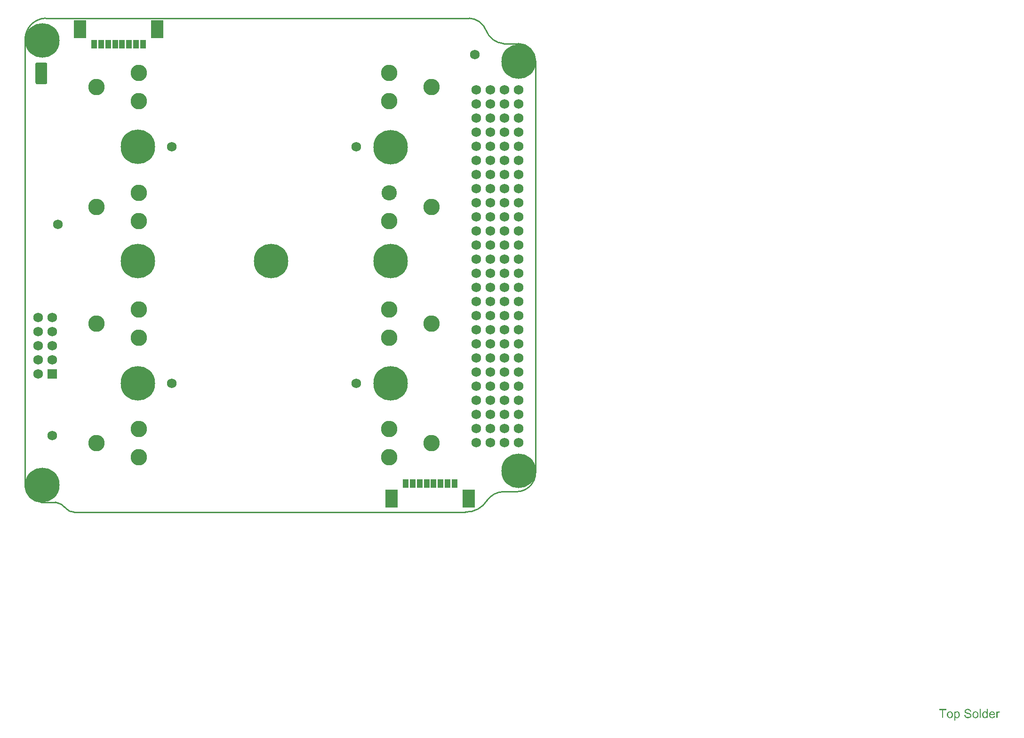
<source format=gts>
G04*
G04 #@! TF.GenerationSoftware,Altium Limited,Altium Designer,18.1.7 (191)*
G04*
G04 Layer_Color=8388736*
%FSLAX25Y25*%
%MOIN*%
G70*
G01*
G75*
%ADD10C,0.00787*%
%ADD12C,0.01000*%
%ADD19R,0.07874X0.14567*%
%ADD20R,0.03950X0.05918*%
%ADD21R,0.09068X0.12611*%
%ADD22C,0.06902*%
%ADD23C,0.24422*%
%ADD24R,0.06902X0.06902*%
%ADD25C,0.11627*%
%ADD26C,0.10827*%
G36*
X668890Y-139136D02*
X668954D01*
X669127Y-139154D01*
X669318Y-139181D01*
X669519Y-139227D01*
X669738Y-139281D01*
X669938Y-139354D01*
X669947D01*
X669965Y-139363D01*
X669993Y-139382D01*
X670029Y-139400D01*
X670120Y-139445D01*
X670239Y-139527D01*
X670375Y-139618D01*
X670512Y-139737D01*
X670640Y-139874D01*
X670758Y-140028D01*
Y-140038D01*
X670767Y-140047D01*
X670785Y-140074D01*
X670803Y-140101D01*
X670849Y-140192D01*
X670904Y-140311D01*
X670967Y-140456D01*
X671013Y-140630D01*
X671059Y-140812D01*
X671077Y-141012D01*
X670275Y-141076D01*
Y-141067D01*
Y-141049D01*
X670266Y-141021D01*
X670257Y-140976D01*
X670229Y-140876D01*
X670193Y-140739D01*
X670138Y-140593D01*
X670056Y-140447D01*
X669956Y-140311D01*
X669829Y-140183D01*
X669810Y-140174D01*
X669765Y-140138D01*
X669674Y-140083D01*
X669555Y-140028D01*
X669401Y-139974D01*
X669218Y-139919D01*
X668991Y-139883D01*
X668736Y-139874D01*
X668608D01*
X668553Y-139883D01*
X668480Y-139892D01*
X668316Y-139910D01*
X668134Y-139946D01*
X667952Y-139992D01*
X667779Y-140065D01*
X667706Y-140110D01*
X667633Y-140156D01*
X667615Y-140165D01*
X667579Y-140201D01*
X667524Y-140265D01*
X667469Y-140338D01*
X667405Y-140438D01*
X667351Y-140548D01*
X667314Y-140675D01*
X667296Y-140821D01*
Y-140839D01*
Y-140876D01*
X667305Y-140939D01*
X667323Y-141012D01*
X667351Y-141103D01*
X667396Y-141194D01*
X667451Y-141286D01*
X667533Y-141377D01*
X667542Y-141386D01*
X667588Y-141413D01*
X667624Y-141440D01*
X667661Y-141459D01*
X667715Y-141486D01*
X667779Y-141522D01*
X667861Y-141550D01*
X667952Y-141586D01*
X668052Y-141623D01*
X668171Y-141668D01*
X668298Y-141705D01*
X668444Y-141750D01*
X668608Y-141787D01*
X668790Y-141832D01*
X668799D01*
X668836Y-141841D01*
X668890Y-141850D01*
X668954Y-141869D01*
X669036Y-141887D01*
X669136Y-141914D01*
X669237Y-141941D01*
X669346Y-141969D01*
X669583Y-142033D01*
X669810Y-142096D01*
X669920Y-142133D01*
X670020Y-142169D01*
X670111Y-142197D01*
X670184Y-142233D01*
X670193D01*
X670211Y-142242D01*
X670239Y-142260D01*
X670275Y-142279D01*
X670375Y-142333D01*
X670494Y-142406D01*
X670630Y-142506D01*
X670767Y-142616D01*
X670894Y-142743D01*
X671004Y-142880D01*
X671013Y-142898D01*
X671049Y-142944D01*
X671086Y-143026D01*
X671140Y-143135D01*
X671186Y-143262D01*
X671232Y-143417D01*
X671259Y-143590D01*
X671268Y-143773D01*
Y-143782D01*
Y-143791D01*
Y-143818D01*
Y-143855D01*
X671250Y-143955D01*
X671232Y-144082D01*
X671195Y-144228D01*
X671150Y-144383D01*
X671077Y-144547D01*
X670976Y-144720D01*
Y-144729D01*
X670967Y-144738D01*
X670922Y-144793D01*
X670858Y-144875D01*
X670767Y-144966D01*
X670649Y-145075D01*
X670503Y-145194D01*
X670339Y-145303D01*
X670148Y-145403D01*
X670138D01*
X670120Y-145412D01*
X670093Y-145422D01*
X670056Y-145440D01*
X670002Y-145458D01*
X669938Y-145485D01*
X669792Y-145522D01*
X669619Y-145567D01*
X669410Y-145613D01*
X669182Y-145640D01*
X668936Y-145649D01*
X668790D01*
X668717Y-145640D01*
X668635D01*
X668544Y-145631D01*
X668435Y-145622D01*
X668207Y-145586D01*
X667970Y-145549D01*
X667733Y-145485D01*
X667506Y-145403D01*
X667496D01*
X667478Y-145394D01*
X667451Y-145376D01*
X667415Y-145358D01*
X667305Y-145303D01*
X667178Y-145221D01*
X667032Y-145112D01*
X666877Y-144984D01*
X666731Y-144829D01*
X666595Y-144656D01*
Y-144647D01*
X666576Y-144629D01*
X666567Y-144602D01*
X666540Y-144565D01*
X666522Y-144520D01*
X666494Y-144465D01*
X666431Y-144328D01*
X666367Y-144155D01*
X666312Y-143964D01*
X666276Y-143745D01*
X666257Y-143517D01*
X667041Y-143445D01*
Y-143454D01*
Y-143463D01*
X667050Y-143490D01*
Y-143527D01*
X667068Y-143609D01*
X667096Y-143727D01*
X667132Y-143845D01*
X667169Y-143982D01*
X667232Y-144110D01*
X667296Y-144228D01*
X667305Y-144237D01*
X667333Y-144274D01*
X667378Y-144337D01*
X667451Y-144401D01*
X667542Y-144483D01*
X667642Y-144565D01*
X667779Y-144647D01*
X667925Y-144720D01*
X667934D01*
X667943Y-144729D01*
X667970Y-144738D01*
X667998Y-144747D01*
X668089Y-144775D01*
X668207Y-144811D01*
X668353Y-144848D01*
X668517Y-144875D01*
X668699Y-144893D01*
X668899Y-144902D01*
X668981D01*
X669072Y-144893D01*
X669182Y-144884D01*
X669309Y-144866D01*
X669455Y-144848D01*
X669601Y-144811D01*
X669738Y-144766D01*
X669756Y-144756D01*
X669801Y-144738D01*
X669865Y-144702D01*
X669947Y-144665D01*
X670029Y-144602D01*
X670120Y-144538D01*
X670211Y-144465D01*
X670284Y-144374D01*
X670293Y-144365D01*
X670311Y-144328D01*
X670339Y-144283D01*
X670375Y-144210D01*
X670412Y-144137D01*
X670439Y-144046D01*
X670457Y-143946D01*
X670466Y-143836D01*
Y-143827D01*
Y-143782D01*
X670457Y-143727D01*
X670448Y-143654D01*
X670421Y-143581D01*
X670394Y-143490D01*
X670348Y-143399D01*
X670284Y-143317D01*
X670275Y-143308D01*
X670248Y-143281D01*
X670211Y-143244D01*
X670148Y-143190D01*
X670075Y-143135D01*
X669974Y-143071D01*
X669856Y-143007D01*
X669719Y-142953D01*
X669710Y-142944D01*
X669665Y-142935D01*
X669592Y-142907D01*
X669546Y-142898D01*
X669483Y-142880D01*
X669419Y-142852D01*
X669337Y-142834D01*
X669246Y-142807D01*
X669136Y-142780D01*
X669027Y-142752D01*
X668899Y-142716D01*
X668754Y-142679D01*
X668599Y-142643D01*
X668590D01*
X668562Y-142634D01*
X668517Y-142625D01*
X668462Y-142606D01*
X668389Y-142588D01*
X668307Y-142570D01*
X668125Y-142515D01*
X667925Y-142452D01*
X667715Y-142388D01*
X667533Y-142324D01*
X667451Y-142288D01*
X667378Y-142251D01*
X667369D01*
X667360Y-142242D01*
X667305Y-142206D01*
X667223Y-142160D01*
X667132Y-142087D01*
X667023Y-142005D01*
X666914Y-141905D01*
X666804Y-141787D01*
X666713Y-141659D01*
X666704Y-141641D01*
X666677Y-141595D01*
X666640Y-141522D01*
X666604Y-141431D01*
X666567Y-141313D01*
X666531Y-141176D01*
X666503Y-141031D01*
X666494Y-140876D01*
Y-140866D01*
Y-140857D01*
Y-140830D01*
Y-140794D01*
X666513Y-140702D01*
X666531Y-140584D01*
X666558Y-140447D01*
X666604Y-140293D01*
X666668Y-140138D01*
X666759Y-139983D01*
Y-139974D01*
X666768Y-139965D01*
X666813Y-139910D01*
X666877Y-139837D01*
X666959Y-139746D01*
X667068Y-139646D01*
X667205Y-139536D01*
X667369Y-139436D01*
X667551Y-139345D01*
X667560D01*
X667579Y-139336D01*
X667606Y-139327D01*
X667642Y-139309D01*
X667688Y-139290D01*
X667752Y-139272D01*
X667888Y-139236D01*
X668061Y-139199D01*
X668262Y-139163D01*
X668471Y-139136D01*
X668708Y-139127D01*
X668827D01*
X668890Y-139136D01*
D02*
G37*
G36*
X682847Y-145540D02*
X682127D01*
Y-144966D01*
X682118Y-144975D01*
X682109Y-144993D01*
X682082Y-145030D01*
X682045Y-145075D01*
X682000Y-145121D01*
X681945Y-145176D01*
X681881Y-145239D01*
X681799Y-145303D01*
X681717Y-145367D01*
X681626Y-145431D01*
X681517Y-145485D01*
X681398Y-145531D01*
X681280Y-145576D01*
X681143Y-145613D01*
X680998Y-145631D01*
X680843Y-145640D01*
X680788D01*
X680752Y-145631D01*
X680642Y-145622D01*
X680515Y-145604D01*
X680360Y-145567D01*
X680187Y-145513D01*
X680014Y-145440D01*
X679841Y-145340D01*
X679832D01*
X679822Y-145321D01*
X679768Y-145285D01*
X679686Y-145212D01*
X679586Y-145121D01*
X679467Y-145002D01*
X679349Y-144857D01*
X679230Y-144693D01*
X679130Y-144501D01*
Y-144492D01*
X679121Y-144474D01*
X679112Y-144447D01*
X679094Y-144410D01*
X679075Y-144356D01*
X679048Y-144292D01*
X679030Y-144228D01*
X679011Y-144146D01*
X678966Y-143964D01*
X678920Y-143754D01*
X678893Y-143517D01*
X678884Y-143262D01*
Y-143253D01*
Y-143235D01*
Y-143199D01*
Y-143144D01*
X678893Y-143089D01*
Y-143017D01*
X678911Y-142852D01*
X678939Y-142661D01*
X678984Y-142452D01*
X679039Y-142233D01*
X679112Y-142024D01*
Y-142014D01*
X679121Y-141996D01*
X679139Y-141969D01*
X679157Y-141932D01*
X679212Y-141832D01*
X679285Y-141705D01*
X679376Y-141568D01*
X679494Y-141431D01*
X679631Y-141286D01*
X679795Y-141167D01*
X679804D01*
X679813Y-141158D01*
X679841Y-141140D01*
X679877Y-141122D01*
X679968Y-141076D01*
X680096Y-141012D01*
X680241Y-140958D01*
X680414Y-140912D01*
X680606Y-140876D01*
X680806Y-140866D01*
X680879D01*
X680952Y-140876D01*
X681052Y-140885D01*
X681171Y-140912D01*
X681298Y-140939D01*
X681426Y-140985D01*
X681544Y-141049D01*
X681562Y-141058D01*
X681599Y-141076D01*
X681653Y-141122D01*
X681726Y-141167D01*
X681817Y-141231D01*
X681899Y-141313D01*
X681990Y-141395D01*
X682072Y-141495D01*
Y-139236D01*
X682847D01*
Y-145540D01*
D02*
G37*
G36*
X661256Y-140876D02*
X661320Y-140885D01*
X661457Y-140903D01*
X661621Y-140939D01*
X661794Y-140994D01*
X661967Y-141076D01*
X662140Y-141176D01*
X662149D01*
X662158Y-141194D01*
X662213Y-141231D01*
X662295Y-141304D01*
X662395Y-141395D01*
X662504Y-141513D01*
X662614Y-141659D01*
X662723Y-141832D01*
X662814Y-142024D01*
Y-142033D01*
X662823Y-142051D01*
X662832Y-142078D01*
X662850Y-142115D01*
X662869Y-142169D01*
X662887Y-142233D01*
X662932Y-142379D01*
X662978Y-142561D01*
X663014Y-142761D01*
X663042Y-142989D01*
X663051Y-143226D01*
Y-143235D01*
Y-143253D01*
Y-143290D01*
Y-143344D01*
X663042Y-143408D01*
Y-143481D01*
X663024Y-143645D01*
X662987Y-143845D01*
X662942Y-144055D01*
X662878Y-144274D01*
X662796Y-144492D01*
Y-144501D01*
X662787Y-144520D01*
X662768Y-144547D01*
X662750Y-144583D01*
X662686Y-144684D01*
X662604Y-144811D01*
X662504Y-144948D01*
X662377Y-145084D01*
X662231Y-145221D01*
X662058Y-145349D01*
X662049D01*
X662040Y-145358D01*
X662012Y-145376D01*
X661976Y-145394D01*
X661885Y-145440D01*
X661757Y-145494D01*
X661602Y-145549D01*
X661438Y-145595D01*
X661247Y-145631D01*
X661056Y-145640D01*
X660992D01*
X660919Y-145631D01*
X660828Y-145622D01*
X660719Y-145604D01*
X660600Y-145576D01*
X660482Y-145540D01*
X660363Y-145485D01*
X660354Y-145476D01*
X660309Y-145458D01*
X660254Y-145422D01*
X660181Y-145367D01*
X660108Y-145312D01*
X660017Y-145239D01*
X659935Y-145157D01*
X659862Y-145066D01*
Y-147289D01*
X659088D01*
Y-140967D01*
X659790D01*
Y-141568D01*
X659799Y-141550D01*
X659835Y-141513D01*
X659881Y-141449D01*
X659953Y-141377D01*
X660035Y-141286D01*
X660126Y-141204D01*
X660236Y-141122D01*
X660345Y-141049D01*
X660363Y-141040D01*
X660400Y-141021D01*
X660473Y-140994D01*
X660564Y-140958D01*
X660673Y-140921D01*
X660801Y-140894D01*
X660946Y-140876D01*
X661110Y-140866D01*
X661211D01*
X661256Y-140876D01*
D02*
G37*
G36*
X690800D02*
X690900Y-140894D01*
X691018Y-140930D01*
X691146Y-140976D01*
X691292Y-141040D01*
X691447Y-141122D01*
X691164Y-141832D01*
X691155Y-141823D01*
X691119Y-141805D01*
X691064Y-141778D01*
X690991Y-141750D01*
X690909Y-141723D01*
X690809Y-141695D01*
X690709Y-141677D01*
X690609Y-141668D01*
X690563D01*
X690518Y-141677D01*
X690454Y-141686D01*
X690390Y-141705D01*
X690308Y-141732D01*
X690226Y-141768D01*
X690153Y-141823D01*
X690144Y-141832D01*
X690117Y-141850D01*
X690089Y-141887D01*
X690044Y-141932D01*
X689998Y-141996D01*
X689953Y-142069D01*
X689907Y-142151D01*
X689871Y-142251D01*
X689862Y-142269D01*
X689853Y-142324D01*
X689834Y-142406D01*
X689807Y-142515D01*
X689780Y-142652D01*
X689761Y-142807D01*
X689752Y-142971D01*
X689743Y-143153D01*
Y-145540D01*
X688969D01*
Y-140967D01*
X689670D01*
Y-141659D01*
X689679Y-141650D01*
X689716Y-141586D01*
X689761Y-141504D01*
X689834Y-141404D01*
X689907Y-141304D01*
X689989Y-141194D01*
X690071Y-141103D01*
X690153Y-141031D01*
X690162Y-141021D01*
X690190Y-141003D01*
X690244Y-140976D01*
X690299Y-140948D01*
X690372Y-140921D01*
X690463Y-140894D01*
X690554Y-140876D01*
X690654Y-140866D01*
X690718D01*
X690800Y-140876D01*
D02*
G37*
G36*
X677973Y-145540D02*
X677199D01*
Y-139236D01*
X677973D01*
Y-145540D01*
D02*
G37*
G36*
X653422Y-139983D02*
X651344D01*
Y-145540D01*
X650506D01*
Y-139983D01*
X648429D01*
Y-139236D01*
X653422D01*
Y-139983D01*
D02*
G37*
G36*
X686099Y-140876D02*
X686172Y-140885D01*
X686263Y-140903D01*
X686363Y-140921D01*
X686482Y-140948D01*
X686591Y-140976D01*
X686719Y-141021D01*
X686837Y-141067D01*
X686965Y-141131D01*
X687092Y-141204D01*
X687220Y-141286D01*
X687338Y-141386D01*
X687447Y-141495D01*
X687457Y-141504D01*
X687475Y-141522D01*
X687502Y-141559D01*
X687538Y-141613D01*
X687584Y-141677D01*
X687630Y-141750D01*
X687684Y-141841D01*
X687739Y-141951D01*
X687794Y-142069D01*
X687848Y-142197D01*
X687894Y-142342D01*
X687939Y-142497D01*
X687976Y-142670D01*
X688003Y-142852D01*
X688021Y-143044D01*
X688030Y-143253D01*
Y-143262D01*
Y-143299D01*
Y-143363D01*
X688021Y-143454D01*
X684605D01*
Y-143463D01*
Y-143490D01*
X684614Y-143527D01*
Y-143581D01*
X684623Y-143645D01*
X684642Y-143718D01*
X684669Y-143882D01*
X684724Y-144064D01*
X684796Y-144264D01*
X684897Y-144447D01*
X685024Y-144611D01*
X685033D01*
X685042Y-144629D01*
X685097Y-144675D01*
X685179Y-144738D01*
X685288Y-144802D01*
X685434Y-144875D01*
X685598Y-144939D01*
X685780Y-144984D01*
X685881Y-144993D01*
X685990Y-145002D01*
X686063D01*
X686145Y-144993D01*
X686245Y-144975D01*
X686354Y-144948D01*
X686482Y-144911D01*
X686600Y-144857D01*
X686719Y-144784D01*
X686728Y-144775D01*
X686773Y-144738D01*
X686828Y-144684D01*
X686892Y-144611D01*
X686965Y-144510D01*
X687047Y-144383D01*
X687129Y-144237D01*
X687201Y-144064D01*
X688003Y-144164D01*
Y-144173D01*
X687994Y-144192D01*
X687985Y-144228D01*
X687967Y-144283D01*
X687939Y-144337D01*
X687912Y-144410D01*
X687839Y-144565D01*
X687748Y-144738D01*
X687620Y-144920D01*
X687475Y-145094D01*
X687292Y-145257D01*
X687283D01*
X687265Y-145276D01*
X687238Y-145294D01*
X687201Y-145321D01*
X687147Y-145349D01*
X687092Y-145376D01*
X687019Y-145412D01*
X686937Y-145449D01*
X686846Y-145485D01*
X686755Y-145522D01*
X686527Y-145576D01*
X686272Y-145622D01*
X685990Y-145640D01*
X685890D01*
X685826Y-145631D01*
X685744Y-145622D01*
X685644Y-145604D01*
X685534Y-145586D01*
X685416Y-145567D01*
X685161Y-145494D01*
X685024Y-145440D01*
X684897Y-145385D01*
X684760Y-145312D01*
X684632Y-145230D01*
X684514Y-145139D01*
X684396Y-145030D01*
X684386Y-145021D01*
X684368Y-145002D01*
X684341Y-144966D01*
X684305Y-144911D01*
X684259Y-144848D01*
X684213Y-144775D01*
X684159Y-144684D01*
X684104Y-144583D01*
X684049Y-144465D01*
X683995Y-144337D01*
X683949Y-144192D01*
X683904Y-144037D01*
X683867Y-143873D01*
X683840Y-143691D01*
X683822Y-143499D01*
X683813Y-143299D01*
Y-143290D01*
Y-143244D01*
Y-143190D01*
X683822Y-143107D01*
X683831Y-143007D01*
X683840Y-142898D01*
X683858Y-142771D01*
X683885Y-142643D01*
X683958Y-142351D01*
X684004Y-142206D01*
X684059Y-142051D01*
X684131Y-141905D01*
X684213Y-141768D01*
X684305Y-141632D01*
X684405Y-141504D01*
X684414Y-141495D01*
X684432Y-141477D01*
X684468Y-141449D01*
X684514Y-141404D01*
X684569Y-141358D01*
X684642Y-141304D01*
X684724Y-141240D01*
X684824Y-141185D01*
X684924Y-141122D01*
X685042Y-141067D01*
X685170Y-141012D01*
X685307Y-140967D01*
X685452Y-140921D01*
X685607Y-140894D01*
X685771Y-140876D01*
X685944Y-140866D01*
X686035D01*
X686099Y-140876D01*
D02*
G37*
G36*
X674320D02*
X674402Y-140885D01*
X674493Y-140903D01*
X674593Y-140921D01*
X674712Y-140939D01*
X674958Y-141021D01*
X675085Y-141067D01*
X675213Y-141131D01*
X675340Y-141194D01*
X675468Y-141286D01*
X675586Y-141377D01*
X675705Y-141486D01*
X675714Y-141495D01*
X675732Y-141513D01*
X675759Y-141550D01*
X675796Y-141595D01*
X675841Y-141659D01*
X675896Y-141741D01*
X675951Y-141832D01*
X676005Y-141932D01*
X676060Y-142042D01*
X676115Y-142178D01*
X676169Y-142315D01*
X676215Y-142470D01*
X676251Y-142634D01*
X676278Y-142807D01*
X676297Y-142989D01*
X676306Y-143190D01*
Y-143199D01*
Y-143226D01*
Y-143272D01*
Y-143335D01*
X676297Y-143408D01*
X676288Y-143499D01*
Y-143590D01*
X676269Y-143691D01*
X676242Y-143918D01*
X676187Y-144146D01*
X676124Y-144374D01*
X676033Y-144583D01*
Y-144592D01*
X676023Y-144602D01*
X676005Y-144629D01*
X675987Y-144665D01*
X675923Y-144756D01*
X675841Y-144866D01*
X675732Y-144993D01*
X675595Y-145121D01*
X675440Y-145248D01*
X675258Y-145367D01*
X675249D01*
X675240Y-145376D01*
X675213Y-145394D01*
X675167Y-145412D01*
X675122Y-145431D01*
X675067Y-145449D01*
X674930Y-145503D01*
X674775Y-145549D01*
X674584Y-145595D01*
X674384Y-145631D01*
X674165Y-145640D01*
X674074D01*
X674001Y-145631D01*
X673919Y-145622D01*
X673828Y-145604D01*
X673719Y-145586D01*
X673609Y-145567D01*
X673363Y-145494D01*
X673227Y-145440D01*
X673099Y-145385D01*
X672972Y-145312D01*
X672844Y-145230D01*
X672726Y-145139D01*
X672607Y-145030D01*
X672598Y-145021D01*
X672580Y-145002D01*
X672553Y-144966D01*
X672516Y-144911D01*
X672471Y-144848D01*
X672425Y-144775D01*
X672370Y-144684D01*
X672316Y-144574D01*
X672261Y-144456D01*
X672206Y-144319D01*
X672161Y-144173D01*
X672115Y-144019D01*
X672079Y-143845D01*
X672051Y-143663D01*
X672033Y-143463D01*
X672024Y-143253D01*
Y-143235D01*
Y-143199D01*
X672033Y-143135D01*
Y-143044D01*
X672042Y-142944D01*
X672061Y-142816D01*
X672079Y-142689D01*
X672115Y-142543D01*
X672152Y-142397D01*
X672197Y-142242D01*
X672252Y-142078D01*
X672325Y-141923D01*
X672398Y-141778D01*
X672498Y-141632D01*
X672598Y-141495D01*
X672726Y-141377D01*
X672735Y-141367D01*
X672753Y-141358D01*
X672789Y-141331D01*
X672835Y-141295D01*
X672890Y-141258D01*
X672963Y-141213D01*
X673035Y-141167D01*
X673127Y-141122D01*
X673227Y-141076D01*
X673336Y-141031D01*
X673582Y-140948D01*
X673864Y-140885D01*
X674010Y-140876D01*
X674165Y-140866D01*
X674256D01*
X674320Y-140876D01*
D02*
G37*
G36*
X656191D02*
X656273Y-140885D01*
X656364Y-140903D01*
X656464Y-140921D01*
X656583Y-140939D01*
X656829Y-141021D01*
X656956Y-141067D01*
X657084Y-141131D01*
X657211Y-141194D01*
X657339Y-141286D01*
X657457Y-141377D01*
X657576Y-141486D01*
X657585Y-141495D01*
X657603Y-141513D01*
X657630Y-141550D01*
X657667Y-141595D01*
X657712Y-141659D01*
X657767Y-141741D01*
X657822Y-141832D01*
X657876Y-141932D01*
X657931Y-142042D01*
X657986Y-142178D01*
X658040Y-142315D01*
X658086Y-142470D01*
X658122Y-142634D01*
X658150Y-142807D01*
X658168Y-142989D01*
X658177Y-143190D01*
Y-143199D01*
Y-143226D01*
Y-143272D01*
Y-143335D01*
X658168Y-143408D01*
X658159Y-143499D01*
Y-143590D01*
X658141Y-143691D01*
X658113Y-143918D01*
X658059Y-144146D01*
X657995Y-144374D01*
X657904Y-144583D01*
Y-144592D01*
X657895Y-144602D01*
X657876Y-144629D01*
X657858Y-144665D01*
X657794Y-144756D01*
X657712Y-144866D01*
X657603Y-144993D01*
X657466Y-145121D01*
X657311Y-145248D01*
X657129Y-145367D01*
X657120D01*
X657111Y-145376D01*
X657084Y-145394D01*
X657038Y-145412D01*
X656993Y-145431D01*
X656938Y-145449D01*
X656801Y-145503D01*
X656646Y-145549D01*
X656455Y-145595D01*
X656255Y-145631D01*
X656036Y-145640D01*
X655945D01*
X655872Y-145631D01*
X655790Y-145622D01*
X655699Y-145604D01*
X655590Y-145586D01*
X655480Y-145567D01*
X655234Y-145494D01*
X655098Y-145440D01*
X654970Y-145385D01*
X654843Y-145312D01*
X654715Y-145230D01*
X654597Y-145139D01*
X654478Y-145030D01*
X654469Y-145021D01*
X654451Y-145002D01*
X654424Y-144966D01*
X654387Y-144911D01*
X654342Y-144848D01*
X654296Y-144775D01*
X654242Y-144684D01*
X654187Y-144574D01*
X654132Y-144456D01*
X654077Y-144319D01*
X654032Y-144173D01*
X653986Y-144019D01*
X653950Y-143845D01*
X653923Y-143663D01*
X653904Y-143463D01*
X653895Y-143253D01*
Y-143235D01*
Y-143199D01*
X653904Y-143135D01*
Y-143044D01*
X653913Y-142944D01*
X653932Y-142816D01*
X653950Y-142689D01*
X653986Y-142543D01*
X654023Y-142397D01*
X654068Y-142242D01*
X654123Y-142078D01*
X654196Y-141923D01*
X654269Y-141778D01*
X654369Y-141632D01*
X654469Y-141495D01*
X654597Y-141377D01*
X654606Y-141367D01*
X654624Y-141358D01*
X654661Y-141331D01*
X654706Y-141295D01*
X654761Y-141258D01*
X654834Y-141213D01*
X654907Y-141167D01*
X654998Y-141122D01*
X655098Y-141076D01*
X655207Y-141031D01*
X655453Y-140948D01*
X655735Y-140885D01*
X655881Y-140876D01*
X656036Y-140866D01*
X656127D01*
X656191Y-140876D01*
D02*
G37*
%LPC*%
G36*
X680888Y-141504D02*
X680843D01*
X680806Y-141513D01*
X680706Y-141522D01*
X680588Y-141559D01*
X680451Y-141604D01*
X680305Y-141686D01*
X680159Y-141787D01*
X680087Y-141859D01*
X680023Y-141932D01*
Y-141941D01*
X680005Y-141951D01*
X679995Y-141978D01*
X679968Y-142014D01*
X679941Y-142060D01*
X679913Y-142115D01*
X679886Y-142178D01*
X679850Y-142251D01*
X679813Y-142342D01*
X679786Y-142443D01*
X679759Y-142552D01*
X679731Y-142670D01*
X679713Y-142798D01*
X679695Y-142944D01*
X679677Y-143098D01*
Y-143262D01*
Y-143272D01*
Y-143299D01*
Y-143344D01*
X679686Y-143408D01*
Y-143481D01*
X679695Y-143563D01*
X679722Y-143754D01*
X679768Y-143964D01*
X679832Y-144183D01*
X679922Y-144392D01*
X679977Y-144483D01*
X680041Y-144574D01*
X680050D01*
X680059Y-144592D01*
X680105Y-144638D01*
X680187Y-144711D01*
X680287Y-144784D01*
X680414Y-144866D01*
X680569Y-144939D01*
X680733Y-144984D01*
X680824Y-144993D01*
X680915Y-145002D01*
X680961D01*
X680998Y-144993D01*
X681098Y-144984D01*
X681216Y-144948D01*
X681353Y-144902D01*
X681499Y-144829D01*
X681644Y-144729D01*
X681717Y-144665D01*
X681781Y-144592D01*
Y-144583D01*
X681799Y-144574D01*
X681817Y-144547D01*
X681836Y-144510D01*
X681863Y-144465D01*
X681899Y-144419D01*
X681927Y-144346D01*
X681963Y-144274D01*
X682000Y-144192D01*
X682027Y-144100D01*
X682063Y-143991D01*
X682091Y-143882D01*
X682109Y-143754D01*
X682127Y-143627D01*
X682145Y-143481D01*
Y-143326D01*
Y-143317D01*
Y-143281D01*
Y-143235D01*
X682136Y-143171D01*
Y-143098D01*
X682127Y-143007D01*
X682118Y-142907D01*
X682100Y-142798D01*
X682054Y-142579D01*
X681990Y-142351D01*
X681899Y-142133D01*
X681845Y-142042D01*
X681781Y-141951D01*
Y-141941D01*
X681763Y-141932D01*
X681717Y-141878D01*
X681635Y-141805D01*
X681535Y-141723D01*
X681407Y-141641D01*
X681253Y-141577D01*
X681079Y-141522D01*
X680988Y-141513D01*
X680888Y-141504D01*
D02*
G37*
G36*
X661037Y-141477D02*
X660992D01*
X660955Y-141486D01*
X660864Y-141504D01*
X660746Y-141532D01*
X660609Y-141586D01*
X660464Y-141668D01*
X660382Y-141723D01*
X660309Y-141787D01*
X660236Y-141859D01*
X660163Y-141941D01*
Y-141951D01*
X660145Y-141960D01*
X660126Y-141987D01*
X660108Y-142024D01*
X660081Y-142078D01*
X660044Y-142133D01*
X660008Y-142206D01*
X659981Y-142279D01*
X659944Y-142370D01*
X659908Y-142470D01*
X659881Y-142579D01*
X659844Y-142698D01*
X659826Y-142834D01*
X659808Y-142971D01*
X659790Y-143117D01*
Y-143281D01*
Y-143290D01*
Y-143317D01*
Y-143363D01*
X659799Y-143426D01*
Y-143499D01*
X659808Y-143581D01*
X659835Y-143773D01*
X659881Y-143991D01*
X659935Y-144201D01*
X660026Y-144410D01*
X660081Y-144501D01*
X660145Y-144583D01*
X660163Y-144602D01*
X660209Y-144647D01*
X660281Y-144720D01*
X660382Y-144793D01*
X660509Y-144866D01*
X660655Y-144939D01*
X660819Y-144984D01*
X660910Y-144993D01*
X661001Y-145002D01*
X661056D01*
X661092Y-144993D01*
X661183Y-144975D01*
X661311Y-144948D01*
X661447Y-144893D01*
X661593Y-144820D01*
X661739Y-144711D01*
X661812Y-144647D01*
X661885Y-144574D01*
Y-144565D01*
X661903Y-144556D01*
X661921Y-144529D01*
X661939Y-144492D01*
X661976Y-144447D01*
X662003Y-144383D01*
X662040Y-144319D01*
X662076Y-144237D01*
X662103Y-144155D01*
X662140Y-144046D01*
X662176Y-143937D01*
X662204Y-143818D01*
X662222Y-143682D01*
X662240Y-143536D01*
X662258Y-143381D01*
Y-143217D01*
Y-143208D01*
Y-143180D01*
Y-143135D01*
X662249Y-143071D01*
Y-142998D01*
X662240Y-142916D01*
X662213Y-142725D01*
X662167Y-142515D01*
X662103Y-142306D01*
X662012Y-142096D01*
X661958Y-141996D01*
X661894Y-141914D01*
Y-141905D01*
X661876Y-141896D01*
X661830Y-141841D01*
X661757Y-141778D01*
X661657Y-141695D01*
X661529Y-141613D01*
X661384Y-141541D01*
X661220Y-141495D01*
X661129Y-141486D01*
X661037Y-141477D01*
D02*
G37*
G36*
X685953Y-141504D02*
X685899D01*
X685862Y-141513D01*
X685762Y-141522D01*
X685644Y-141550D01*
X685498Y-141595D01*
X685343Y-141659D01*
X685197Y-141750D01*
X685051Y-141869D01*
X685033Y-141887D01*
X684997Y-141932D01*
X684933Y-142014D01*
X684869Y-142124D01*
X684796Y-142251D01*
X684733Y-142415D01*
X684678Y-142606D01*
X684651Y-142816D01*
X687211D01*
Y-142807D01*
Y-142789D01*
X687201Y-142761D01*
Y-142725D01*
X687183Y-142616D01*
X687156Y-142497D01*
X687110Y-142351D01*
X687065Y-142215D01*
X686992Y-142078D01*
X686910Y-141960D01*
Y-141951D01*
X686892Y-141941D01*
X686846Y-141887D01*
X686764Y-141814D01*
X686655Y-141732D01*
X686518Y-141650D01*
X686354Y-141577D01*
X686163Y-141522D01*
X686063Y-141513D01*
X685953Y-141504D01*
D02*
G37*
G36*
X674165D02*
X674110D01*
X674065Y-141513D01*
X673965Y-141522D01*
X673828Y-141559D01*
X673673Y-141613D01*
X673509Y-141686D01*
X673354Y-141796D01*
X673272Y-141869D01*
X673199Y-141941D01*
Y-141951D01*
X673181Y-141960D01*
X673163Y-141987D01*
X673136Y-142024D01*
X673108Y-142069D01*
X673081Y-142124D01*
X673044Y-142197D01*
X673008Y-142269D01*
X672972Y-142360D01*
X672935Y-142452D01*
X672908Y-142561D01*
X672881Y-142679D01*
X672853Y-142807D01*
X672835Y-142944D01*
X672826Y-143098D01*
X672817Y-143253D01*
Y-143262D01*
Y-143290D01*
Y-143335D01*
X672826Y-143399D01*
Y-143472D01*
X672835Y-143554D01*
X672862Y-143745D01*
X672908Y-143964D01*
X672981Y-144183D01*
X673072Y-144392D01*
X673136Y-144483D01*
X673199Y-144574D01*
X673209D01*
X673218Y-144592D01*
X673272Y-144638D01*
X673354Y-144711D01*
X673464Y-144784D01*
X673600Y-144866D01*
X673764Y-144939D01*
X673955Y-144984D01*
X674056Y-144993D01*
X674165Y-145002D01*
X674220D01*
X674265Y-144993D01*
X674365Y-144975D01*
X674502Y-144948D01*
X674648Y-144893D01*
X674812Y-144820D01*
X674967Y-144711D01*
X675049Y-144638D01*
X675122Y-144565D01*
X675131Y-144556D01*
X675140Y-144547D01*
X675158Y-144520D01*
X675185Y-144483D01*
X675213Y-144438D01*
X675249Y-144383D01*
X675286Y-144310D01*
X675322Y-144237D01*
X675358Y-144146D01*
X675386Y-144046D01*
X675422Y-143937D01*
X675450Y-143818D01*
X675477Y-143682D01*
X675495Y-143545D01*
X675513Y-143390D01*
Y-143226D01*
Y-143217D01*
Y-143190D01*
Y-143144D01*
X675504Y-143089D01*
Y-143017D01*
X675495Y-142935D01*
X675468Y-142743D01*
X675422Y-142543D01*
X675349Y-142324D01*
X675249Y-142124D01*
X675195Y-142024D01*
X675122Y-141941D01*
Y-141932D01*
X675103Y-141923D01*
X675049Y-141869D01*
X674967Y-141805D01*
X674857Y-141723D01*
X674721Y-141641D01*
X674557Y-141568D01*
X674375Y-141522D01*
X674274Y-141513D01*
X674165Y-141504D01*
D02*
G37*
G36*
X656036D02*
X655981D01*
X655936Y-141513D01*
X655836Y-141522D01*
X655699Y-141559D01*
X655544Y-141613D01*
X655380Y-141686D01*
X655225Y-141796D01*
X655143Y-141869D01*
X655070Y-141941D01*
Y-141951D01*
X655052Y-141960D01*
X655034Y-141987D01*
X655007Y-142024D01*
X654979Y-142069D01*
X654952Y-142124D01*
X654916Y-142197D01*
X654879Y-142269D01*
X654843Y-142360D01*
X654806Y-142452D01*
X654779Y-142561D01*
X654752Y-142679D01*
X654724Y-142807D01*
X654706Y-142944D01*
X654697Y-143098D01*
X654688Y-143253D01*
Y-143262D01*
Y-143290D01*
Y-143335D01*
X654697Y-143399D01*
Y-143472D01*
X654706Y-143554D01*
X654733Y-143745D01*
X654779Y-143964D01*
X654852Y-144183D01*
X654943Y-144392D01*
X655007Y-144483D01*
X655070Y-144574D01*
X655080D01*
X655089Y-144592D01*
X655143Y-144638D01*
X655225Y-144711D01*
X655335Y-144784D01*
X655471Y-144866D01*
X655635Y-144939D01*
X655827Y-144984D01*
X655927Y-144993D01*
X656036Y-145002D01*
X656091D01*
X656136Y-144993D01*
X656237Y-144975D01*
X656373Y-144948D01*
X656519Y-144893D01*
X656683Y-144820D01*
X656838Y-144711D01*
X656920Y-144638D01*
X656993Y-144565D01*
X657002Y-144556D01*
X657011Y-144547D01*
X657029Y-144520D01*
X657057Y-144483D01*
X657084Y-144438D01*
X657120Y-144383D01*
X657157Y-144310D01*
X657193Y-144237D01*
X657230Y-144146D01*
X657257Y-144046D01*
X657293Y-143937D01*
X657321Y-143818D01*
X657348Y-143682D01*
X657366Y-143545D01*
X657384Y-143390D01*
Y-143226D01*
Y-143217D01*
Y-143190D01*
Y-143144D01*
X657375Y-143089D01*
Y-143017D01*
X657366Y-142935D01*
X657339Y-142743D01*
X657293Y-142543D01*
X657220Y-142324D01*
X657120Y-142124D01*
X657066Y-142024D01*
X656993Y-141941D01*
Y-141932D01*
X656975Y-141923D01*
X656920Y-141869D01*
X656838Y-141805D01*
X656729Y-141723D01*
X656592Y-141641D01*
X656428Y-141568D01*
X656246Y-141522D01*
X656145Y-141513D01*
X656036Y-141504D01*
D02*
G37*
%LPD*%
D10*
X8453Y304862D02*
G03*
X9240Y304075I787J0D01*
G01*
Y318642D02*
G03*
X8453Y317854I0J-787D01*
G01*
X16327D02*
G03*
X15539Y318642I-787J0D01*
G01*
Y304075D02*
G03*
X16327Y304862I-0J787D01*
G01*
X9240Y318642D02*
X15539D01*
X8453Y304862D02*
Y317854D01*
X16327Y304862D02*
Y317854D01*
X9240Y304075D02*
X15539D01*
D12*
X969Y18503D02*
G03*
X12247Y7419I11796J722D01*
G01*
X30208Y2724D02*
G03*
X22454Y7419I-10086J-7908D01*
G01*
X30208Y2724D02*
G03*
X35418Y400I4950J4095D01*
G01*
X312896Y400D02*
G03*
X328213Y8621I575J17307D01*
G01*
X349172Y14828D02*
G03*
X362560Y28425I-102J13490D01*
G01*
X340364Y14828D02*
G03*
X328213Y8621I-253J-14503D01*
G01*
X362560Y320083D02*
G03*
X350339Y332378I-12330J-35D01*
G01*
X327504Y341810D02*
G03*
X339828Y332400I13326J4677D01*
G01*
X327504Y341692D02*
G03*
X315654Y350354I-12571J-4763D01*
G01*
X15378D02*
G03*
X974Y335477I609J-15002D01*
G01*
X12247Y7419D02*
X22454D01*
X35418Y400D02*
X312896Y400D01*
X340111Y14828D02*
X349172D01*
X362560Y28425D02*
X362560Y320083D01*
X339828Y332400D02*
X350230D01*
X17504Y350354D02*
X315654D01*
X15378D02*
X17504D01*
X969Y18503D02*
Y335352D01*
D19*
X12390Y311358D02*
D03*
D20*
X270650Y20591D02*
D03*
X275571D02*
D03*
X280492D02*
D03*
X285413D02*
D03*
X290335D02*
D03*
X295256D02*
D03*
X300177D02*
D03*
X305098D02*
D03*
X84429Y331894D02*
D03*
X79508D02*
D03*
X74587D02*
D03*
X69665D02*
D03*
X64744D02*
D03*
X59823D02*
D03*
X54901D02*
D03*
X49980D02*
D03*
D21*
X260610Y9764D02*
D03*
X315138D02*
D03*
X94468Y342721D02*
D03*
X39941D02*
D03*
D22*
X319650Y324484D02*
D03*
X235585Y91594D02*
D03*
X104876D02*
D03*
X10232Y98248D02*
D03*
X20232Y108248D02*
D03*
X10232D02*
D03*
X20232Y118248D02*
D03*
X10232D02*
D03*
X20232Y128248D02*
D03*
X10232D02*
D03*
X20232Y138248D02*
D03*
X10232D02*
D03*
X330453Y299453D02*
D03*
X320453D02*
D03*
X330453Y289453D02*
D03*
X320453D02*
D03*
X330453Y279453D02*
D03*
X320453D02*
D03*
X330453Y269453D02*
D03*
X320453D02*
D03*
X330453Y259453D02*
D03*
X320453D02*
D03*
X330453Y249453D02*
D03*
X320453D02*
D03*
X330453Y239453D02*
D03*
X320453D02*
D03*
X330453Y229453D02*
D03*
X320453D02*
D03*
X330453Y219453D02*
D03*
X320453D02*
D03*
X330453Y209453D02*
D03*
X320453D02*
D03*
X330453Y199453D02*
D03*
X320453D02*
D03*
X330453Y189453D02*
D03*
X320453D02*
D03*
X330453Y179453D02*
D03*
X320453D02*
D03*
X330453Y169453D02*
D03*
X320453D02*
D03*
X330453Y159453D02*
D03*
X320453D02*
D03*
X330453Y149453D02*
D03*
X320453D02*
D03*
X330453Y139453D02*
D03*
X320453D02*
D03*
X330453Y129453D02*
D03*
X320453D02*
D03*
X330453Y119453D02*
D03*
X320453D02*
D03*
X330453Y109453D02*
D03*
X320453D02*
D03*
X330453Y99453D02*
D03*
X320453D02*
D03*
X330453Y89453D02*
D03*
X320453D02*
D03*
X330453Y79453D02*
D03*
X320453D02*
D03*
X330453Y69453D02*
D03*
X320453D02*
D03*
X330453Y59453D02*
D03*
X320453D02*
D03*
X330453Y49453D02*
D03*
X320453D02*
D03*
X235585Y259213D02*
D03*
X104876D02*
D03*
X350453Y299453D02*
D03*
X340453D02*
D03*
X350453Y289453D02*
D03*
X340453D02*
D03*
X350453Y279453D02*
D03*
X340453D02*
D03*
X350453Y269453D02*
D03*
X340453D02*
D03*
X350453Y259453D02*
D03*
X340453D02*
D03*
X350453Y249453D02*
D03*
X340453D02*
D03*
X350453Y239453D02*
D03*
X340453D02*
D03*
X350453Y229453D02*
D03*
X340453D02*
D03*
X350453Y219453D02*
D03*
X340453D02*
D03*
X350453Y209453D02*
D03*
X340453D02*
D03*
X350453Y199453D02*
D03*
X340453D02*
D03*
X350453Y189453D02*
D03*
X340453D02*
D03*
X350453Y179453D02*
D03*
X340453D02*
D03*
X350453Y169453D02*
D03*
X340453D02*
D03*
X350453Y159453D02*
D03*
X340453D02*
D03*
X350453Y149453D02*
D03*
X340453D02*
D03*
X350453Y139453D02*
D03*
X340453D02*
D03*
X350453Y129453D02*
D03*
X340453D02*
D03*
X350453Y119453D02*
D03*
X340453D02*
D03*
X350453Y109453D02*
D03*
X340453D02*
D03*
X350453Y99453D02*
D03*
X340453D02*
D03*
X350453Y89453D02*
D03*
X340453D02*
D03*
X350453Y79453D02*
D03*
X340453D02*
D03*
X350453Y69453D02*
D03*
X340453D02*
D03*
X350453Y59453D02*
D03*
X340453D02*
D03*
X350453Y49453D02*
D03*
X340453D02*
D03*
X20232Y54583D02*
D03*
X24280Y204205D02*
D03*
D23*
X350468Y29465D02*
D03*
X350433Y319539D02*
D03*
X13165Y334681D02*
D03*
X259703Y258787D02*
D03*
Y178394D02*
D03*
Y91606D02*
D03*
X80925Y259213D02*
D03*
Y178394D02*
D03*
Y91594D02*
D03*
X175354Y178394D02*
D03*
X13165Y19622D02*
D03*
D24*
X20232Y98248D02*
D03*
D25*
X258705Y144087D02*
D03*
Y124087D02*
D03*
X288705Y134087D02*
D03*
Y301622D02*
D03*
X258705Y291622D02*
D03*
Y311622D02*
D03*
X288705Y216661D02*
D03*
X258705Y206661D02*
D03*
X51646Y216661D02*
D03*
X81646Y226661D02*
D03*
Y206661D02*
D03*
Y124087D02*
D03*
Y144087D02*
D03*
X51646Y134087D02*
D03*
X288705Y49126D02*
D03*
X258705Y39126D02*
D03*
Y59126D02*
D03*
X51646Y301622D02*
D03*
X81646Y311622D02*
D03*
Y291622D02*
D03*
Y39126D02*
D03*
Y59126D02*
D03*
X51646Y49126D02*
D03*
D26*
X258705Y226661D02*
D03*
M02*

</source>
